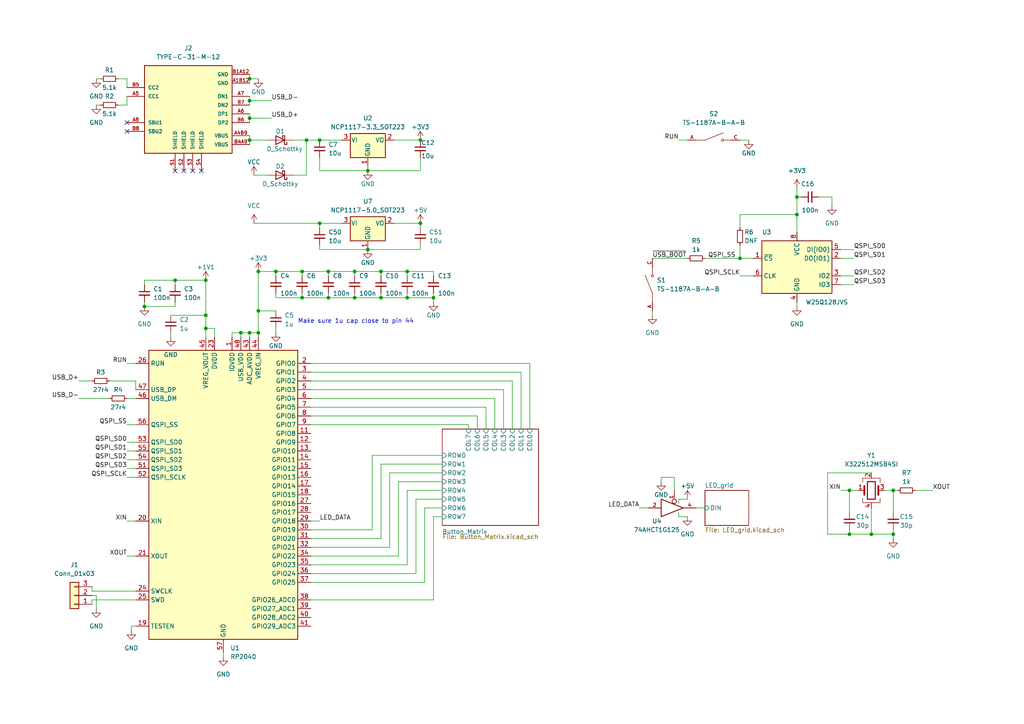
<source format=kicad_sch>
(kicad_sch (version 20211123) (generator eeschema)
  (paper "A4")
  (lib_symbols
    (symbol "74xGxx:74AHCT1G125" (pin_names (offset 1.016))
      (property "Reference" "U" (at -2.54 3.81 0))
      (property "Value" "74AHCT1G125" (at 0 -3.81 0))
      (symbol "74AHCT1G125_0_1"
        (polyline (pts (xy -3.81 2.54) (xy -3.81 -2.54) (xy 2.54 0) (xy -3.81 2.54)) (stroke (width 0.254)))
      )
      (symbol "74AHCT1G125_1_1"
        (pin input inverted (at 0 5.08 270) (length 3.81) (name "~") (number "1"))
        (pin input line (at -7.62 0 0) (length 3.81) (name "~") (number "2"))
        (pin power_in line (at 1.27 -1.27 270) (length 0) hide (name "GND") (number "3"))
        (pin tri_state line (at 6.35 0 180) (length 3.81) (name "~") (number "4"))
        (pin power_in line (at 1.27 1.27 90) (length 0) hide (name "VCC") (number "5"))
      )
    )
    (symbol "Connector_Generic:Conn_01x03" (pin_names (offset 1.016) hide)
      (property "Reference" "J" (at 0 5.08 0))
      (property "Value" "Conn_01x03" (at 0 -5.08 0))
      (symbol "Conn_01x03_1_1"
        (rectangle (start -1.27 -2.413) (end 0 -2.667) (stroke (width 0.1524)))
        (rectangle (start -1.27 0.127) (end 0 -0.127) (stroke (width 0.1524)))
        (rectangle (start -1.27 2.667) (end 0 2.413) (stroke (width 0.1524)))
        (rectangle (start -1.27 3.81) (end 1.27 -3.81) (stroke (width 0.254)) (fill (type background)))
        (pin passive line (at -5.08 2.54 0) (length 3.81) (name "Pin_1") (number "1"))
        (pin passive line (at -5.08 0 0) (length 3.81) (name "Pin_2") (number "2"))
        (pin passive line (at -5.08 -2.54 0) (length 3.81) (name "Pin_3") (number "3"))
      )
    )
    (symbol "Device:C_Small" (pin_numbers hide) (pin_names (offset 0.254) hide)
      (property "Reference" "C" (at 0.254 1.778 0))
      (property "Value" "C_Small" (at 0.254 -2.032 0))
      (symbol "C_Small_0_1"
        (polyline (pts (xy -1.524 -0.508) (xy 1.524 -0.508)) (stroke (width 0.3302)))
        (polyline (pts (xy -1.524 0.508) (xy 1.524 0.508)) (stroke (width 0.3048)))
      )
      (symbol "C_Small_1_1"
        (pin passive line (at 0 2.54 270) (length 2.032) (name "~") (number "1"))
        (pin passive line (at 0 -2.54 90) (length 2.032) (name "~") (number "2"))
      )
    )
    (symbol "Device:Crystal_GND24" (pin_names (offset 1.016) hide)
      (property "Reference" "Y" (at 3.175 5.08 0))
      (property "Value" "Crystal_GND24" (at 3.175 3.175 0))
      (symbol "Crystal_GND24_0_1"
        (rectangle (start -1.143 2.54) (end 1.143 -2.54) (stroke (width 0.3048)))
        (polyline (pts (xy -2.54 0) (xy -2.032 0)))
        (polyline (pts (xy -2.032 -1.27) (xy -2.032 1.27)) (stroke (width 0.508)))
        (polyline (pts (xy 0 -3.81) (xy 0 -3.556)))
        (polyline (pts (xy 0 3.556) (xy 0 3.81)))
        (polyline (pts (xy 2.032 -1.27) (xy 2.032 1.27)) (stroke (width 0.508)))
        (polyline (pts (xy 2.032 0) (xy 2.54 0)))
        (polyline (pts (xy -2.54 -2.286) (xy -2.54 -3.556) (xy 2.54 -3.556) (xy 2.54 -2.286)))
        (polyline (pts (xy -2.54 2.286) (xy -2.54 3.556) (xy 2.54 3.556) (xy 2.54 2.286)))
      )
      (symbol "Crystal_GND24_1_1"
        (pin passive line (at -3.81 0 0) (length 1.27) (name "1") (number "1"))
        (pin passive line (at 0 5.08 270) (length 1.27) (name "2") (number "2"))
        (pin passive line (at 3.81 0 180) (length 1.27) (name "3") (number "3"))
        (pin passive line (at 0 -5.08 90) (length 1.27) (name "4") (number "4"))
      )
    )
    (symbol "Device:D_Schottky" (pin_numbers hide) (pin_names (offset 1.016) hide)
      (property "Reference" "D" (at 0 2.54 0))
      (property "Value" "D_Schottky" (at 0 -2.54 0))
      (symbol "D_Schottky_0_1"
        (polyline (pts (xy 1.27 0) (xy -1.27 0)))
        (polyline (pts (xy 1.27 1.27) (xy 1.27 -1.27) (xy -1.27 0) (xy 1.27 1.27)) (stroke (width 0.254)))
        (polyline (pts (xy -1.905 0.635) (xy -1.905 1.27) (xy -1.27 1.27) (xy -1.27 -1.27) (xy -0.635 -1.27) (xy -0.635 -0.635)) (stroke (width 0.254)))
      )
      (symbol "D_Schottky_1_1"
        (pin passive line (at -3.81 0 0) (length 2.54) (name "K") (number "1"))
        (pin passive line (at 3.81 0 180) (length 2.54) (name "A") (number "2"))
      )
    )
    (symbol "Device:R_Small" (pin_numbers hide) (pin_names (offset 0.254) hide)
      (property "Reference" "R" (at 0.762 0.508 0))
      (property "Value" "R_Small" (at 0.762 -1.016 0))
      (symbol "R_Small_0_1"
        (rectangle (start -0.762 1.778) (end 0.762 -1.778) (stroke (width 0.2032)))
      )
      (symbol "R_Small_1_1"
        (pin passive line (at 0 2.54 270) (length 0.762) (name "~") (number "1"))
        (pin passive line (at 0 -2.54 90) (length 0.762) (name "~") (number "2"))
      )
    )
    (symbol "MCU_RaspberryPi:RP2040"
      (property "Reference" "U" (at 17.78 45.72 0))
      (property "Value" "RP2040" (at 17.78 43.18 0))
      (symbol "RP2040_0_1"
        (rectangle (start -21.59 41.91) (end 21.59 -41.91) (stroke (width 0.254)) (fill (type background)))
      )
      (symbol "RP2040_1_1"
        (pin power_in line (at 2.54 45.72 270) (length 3.81) (name "IOVDD") (number "1"))
        (pin passive line (at 2.54 45.72 270) (length 3.81) hide (name "IOVDD") (number "10"))
        (pin bidirectional line (at 25.4 17.78 180) (length 3.81) (name "GPIO8") (number "11"))
        (pin bidirectional line (at 25.4 15.24 180) (length 3.81) (name "GPIO9") (number "12"))
        (pin bidirectional line (at 25.4 12.7 180) (length 3.81) (name "GPIO10") (number "13"))
        (pin bidirectional line (at 25.4 10.16 180) (length 3.81) (name "GPIO11") (number "14"))
        (pin bidirectional line (at 25.4 7.62 180) (length 3.81) (name "GPIO12") (number "15"))
        (pin bidirectional line (at 25.4 5.08 180) (length 3.81) (name "GPIO13") (number "16"))
        (pin bidirectional line (at 25.4 2.54 180) (length 3.81) (name "GPIO14") (number "17"))
        (pin bidirectional line (at 25.4 0 180) (length 3.81) (name "GPIO15") (number "18"))
        (pin input line (at -25.4 -38.1 0) (length 3.81) (name "TESTEN") (number "19"))
        (pin bidirectional line (at 25.4 38.1 180) (length 3.81) (name "GPIO0") (number "2"))
        (pin input line (at -25.4 -7.62 0) (length 3.81) (name "XIN") (number "20"))
        (pin passive line (at -25.4 -17.78 0) (length 3.81) (name "XOUT") (number "21"))
        (pin passive line (at 2.54 45.72 270) (length 3.81) hide (name "IOVDD") (number "22"))
        (pin power_in line (at -2.54 45.72 270) (length 3.81) (name "DVDD") (number "23"))
        (pin output line (at -25.4 -27.94 0) (length 3.81) (name "SWCLK") (number "24"))
        (pin bidirectional line (at -25.4 -30.48 0) (length 3.81) (name "SWD") (number "25"))
        (pin input line (at -25.4 38.1 0) (length 3.81) (name "RUN") (number "26"))
        (pin bidirectional line (at 25.4 -2.54 180) (length 3.81) (name "GPIO16") (number "27"))
        (pin bidirectional line (at 25.4 -5.08 180) (length 3.81) (name "GPIO17") (number "28"))
        (pin bidirectional line (at 25.4 -7.62 180) (length 3.81) (name "GPIO18") (number "29"))
        (pin bidirectional line (at 25.4 35.56 180) (length 3.81) (name "GPIO1") (number "3"))
        (pin bidirectional line (at 25.4 -10.16 180) (length 3.81) (name "GPIO19") (number "30"))
        (pin bidirectional line (at 25.4 -12.7 180) (length 3.81) (name "GPIO20") (number "31"))
        (pin bidirectional line (at 25.4 -15.24 180) (length 3.81) (name "GPIO21") (number "32"))
        (pin passive line (at 2.54 45.72 270) (length 3.81) hide (name "IOVDD") (number "33"))
        (pin bidirectional line (at 25.4 -17.78 180) (length 3.81) (name "GPIO22") (number "34"))
        (pin bidirectional line (at 25.4 -20.32 180) (length 3.81) (name "GPIO23") (number "35"))
        (pin bidirectional line (at 25.4 -22.86 180) (length 3.81) (name "GPIO24") (number "36"))
        (pin bidirectional line (at 25.4 -25.4 180) (length 3.81) (name "GPIO25") (number "37"))
        (pin bidirectional line (at 25.4 -30.48 180) (length 3.81) (name "GPIO26_ADC0") (number "38"))
        (pin bidirectional line (at 25.4 -33.02 180) (length 3.81) (name "GPIO27_ADC1") (number "39"))
        (pin bidirectional line (at 25.4 33.02 180) (length 3.81) (name "GPIO2") (number "4"))
        (pin bidirectional line (at 25.4 -35.56 180) (length 3.81) (name "GPIO28_ADC2") (number "40"))
        (pin bidirectional line (at 25.4 -38.1 180) (length 3.81) (name "GPIO29_ADC3") (number "41"))
        (pin passive line (at 2.54 45.72 270) (length 3.81) hide (name "IOVDD") (number "42"))
        (pin power_in line (at 7.62 45.72 270) (length 3.81) (name "ADC_AVDD") (number "43"))
        (pin power_in line (at 10.16 45.72 270) (length 3.81) (name "VREG_IN") (number "44"))
        (pin power_out line (at -5.08 45.72 270) (length 3.81) (name "VREG_VOUT") (number "45"))
        (pin bidirectional line (at -25.4 27.94 0) (length 3.81) (name "USB_DM") (number "46"))
        (pin bidirectional line (at -25.4 30.48 0) (length 3.81) (name "USB_DP") (number "47"))
        (pin power_in line (at 5.08 45.72 270) (length 3.81) (name "USB_VDD") (number "48"))
        (pin passive line (at 2.54 45.72 270) (length 3.81) hide (name "IOVDD") (number "49"))
        (pin bidirectional line (at 25.4 30.48 180) (length 3.81) (name "GPIO3") (number "5"))
        (pin passive line (at -2.54 45.72 270) (length 3.81) hide (name "DVDD") (number "50"))
        (pin bidirectional line (at -25.4 7.62 0) (length 3.81) (name "QSPI_SD3") (number "51"))
        (pin output line (at -25.4 5.08 0) (length 3.81) (name "QSPI_SCLK") (number "52"))
        (pin bidirectional line (at -25.4 15.24 0) (length 3.81) (name "QSPI_SD0") (number "53"))
        (pin bidirectional line (at -25.4 10.16 0) (length 3.81) (name "QSPI_SD2") (number "54"))
        (pin bidirectional line (at -25.4 12.7 0) (length 3.81) (name "QSPI_SD1") (number "55"))
        (pin bidirectional line (at -25.4 20.32 0) (length 3.81) (name "QSPI_SS") (number "56"))
        (pin power_in line (at 0 -45.72 90) (length 3.81) (name "GND") (number "57"))
        (pin bidirectional line (at 25.4 27.94 180) (length 3.81) (name "GPIO4") (number "6"))
        (pin bidirectional line (at 25.4 25.4 180) (length 3.81) (name "GPIO5") (number "7"))
        (pin bidirectional line (at 25.4 22.86 180) (length 3.81) (name "GPIO6") (number "8"))
        (pin bidirectional line (at 25.4 20.32 180) (length 3.81) (name "GPIO7") (number "9"))
      )
    )
    (symbol "Memory_Flash:W25Q128JVS"
      (property "Reference" "U" (at -8.89 8.89 0))
      (property "Value" "W25Q128JVS" (at 7.62 8.89 0))
      (symbol "W25Q128JVS_0_1"
        (rectangle (start -10.16 7.62) (end 10.16 -7.62) (stroke (width 0.254)) (fill (type background)))
      )
      (symbol "W25Q128JVS_1_1"
        (pin input line (at -12.7 2.54 0) (length 2.54) (name "~{CS}") (number "1"))
        (pin bidirectional line (at 12.7 2.54 180) (length 2.54) (name "DO(IO1)") (number "2"))
        (pin bidirectional line (at 12.7 -2.54 180) (length 2.54) (name "IO2") (number "3"))
        (pin power_in line (at 0 -10.16 90) (length 2.54) (name "GND") (number "4"))
        (pin bidirectional line (at 12.7 5.08 180) (length 2.54) (name "DI(IO0)") (number "5"))
        (pin input line (at -12.7 -2.54 0) (length 2.54) (name "CLK") (number "6"))
        (pin bidirectional line (at 12.7 -5.08 180) (length 2.54) (name "IO3") (number "7"))
        (pin power_in line (at 0 10.16 270) (length 2.54) (name "VCC") (number "8"))
      )
    )
    (symbol "Regulator_Linear:NCP1117-3.3_SOT223" (pin_names (offset 0.254))
      (property "Reference" "U" (at -3.81 3.175 0))
      (property "Value" "NCP1117-3.3_SOT223" (at 0 3.175 0))
      (symbol "NCP1117-3.3_SOT223_0_1"
        (rectangle (start -5.08 -5.08) (end 5.08 1.905) (stroke (width 0.254)) (fill (type background)))
      )
      (symbol "NCP1117-3.3_SOT223_1_1"
        (pin power_in line (at 0 -7.62 90) (length 2.54) (name "GND") (number "1"))
        (pin power_out line (at 7.62 0 180) (length 2.54) (name "VO") (number "2"))
        (pin power_in line (at -7.62 0 0) (length 2.54) (name "VI") (number "3"))
      )
    )
    (symbol "Regulator_Linear:NCP1117-5.0_SOT223" (pin_names (offset 0.254))
      (property "Reference" "U" (at -3.81 3.175 0))
      (property "Value" "NCP1117-5.0_SOT223" (at 0 3.175 0))
      (symbol "NCP1117-5.0_SOT223_0_1"
        (rectangle (start -5.08 -5.08) (end 5.08 1.905) (stroke (width 0.254)) (fill (type background)))
      )
      (symbol "NCP1117-5.0_SOT223_1_1"
        (pin power_in line (at 0 -7.62 90) (length 2.54) (name "GND") (number "1"))
        (pin power_out line (at 7.62 0 180) (length 2.54) (name "VO") (number "2"))
        (pin power_in line (at -7.62 0 0) (length 2.54) (name "VI") (number "3"))
      )
    )
    (symbol "TS-1187A-B-A-B:TS-1187A-B-A-B" (pin_names (offset 1.016) hide)
      (property "Reference" "S" (at -2.54 2.54 0))
      (property "Value" "TS-1187A-B-A-B" (at -2.54 -2.54 0))
      (symbol "TS-1187A-B-A-B_0_0"
        (polyline (pts (xy -2.54 0) (xy -5.08 0)) (stroke (width 0.1524)))
        (polyline (pts (xy -2.54 0) (xy 2.794 2.1336)) (stroke (width 0.1524)))
        (polyline (pts (xy 5.08 0) (xy 2.921 0)) (stroke (width 0.1524)))
        (circle (center 2.54 0) (radius 0.3302) (stroke (width 0.1524)))
        (pin passive line (at -7.62 0 0) (length 2.54) (name "~") (number "A"))
        (pin passive line (at -7.62 0 0) (length 2.54) hide (name "~") (number "B"))
        (pin passive line (at 7.62 0 180) (length 2.54) (name "~") (number "C"))
        (pin passive line (at 7.62 0 180) (length 2.54) hide (name "~") (number "D"))
      )
    )
    (symbol "TYPE-C-31-M-12:TYPE-C-31-M-12" (pin_names (offset 1.016))
      (property "Reference" "J" (at -12.7 12.7 0))
      (property "Value" "TYPE-C-31-M-12" (at -8.89 12.7 0))
      (symbol "TYPE-C-31-M-12_0_0"
        (rectangle (start -12.7 -12.7) (end 12.7 12.7) (stroke (width 0.254)) (fill (type background)))
        (pin power_in line (at 17.78 7.62 180) (length 5.08) (name "GND") (number "A1B12"))
        (pin power_in line (at 17.78 -7.62 180) (length 5.08) (name "VBUS") (number "A4B9"))
        (pin bidirectional line (at -17.78 3.81 0) (length 5.08) (name "CC1") (number "A5"))
        (pin bidirectional line (at 17.78 -1.27 180) (length 5.08) (name "DP1") (number "A6"))
        (pin bidirectional line (at 17.78 3.81 180) (length 5.08) (name "DN1") (number "A7"))
        (pin bidirectional line (at -17.78 -3.81 0) (length 5.08) (name "SBU1") (number "A8"))
        (pin power_in line (at 17.78 10.16 180) (length 5.08) (name "GND") (number "B1A12"))
        (pin power_in line (at 17.78 -10.16 180) (length 5.08) (name "VBUS") (number "B4A9"))
        (pin bidirectional line (at -17.78 6.35 0) (length 5.08) (name "CC2") (number "B5"))
        (pin bidirectional line (at 17.78 -3.81 180) (length 5.08) (name "DP2") (number "B6"))
        (pin bidirectional line (at 17.78 1.27 180) (length 5.08) (name "DN2") (number "B7"))
        (pin bidirectional line (at -17.78 -6.35 0) (length 5.08) (name "SBU2") (number "B8"))
        (pin passive line (at -3.81 -17.78 90) (length 5.08) (name "SHIELD") (number "S1"))
        (pin passive line (at -1.27 -17.78 90) (length 5.08) (name "SHIELD") (number "S2"))
        (pin passive line (at 1.27 -17.78 90) (length 5.08) (name "SHIELD") (number "S3"))
        (pin passive line (at 3.81 -17.78 90) (length 5.08) (name "SHIELD") (number "S4"))
      )
    )
    (symbol "power:+1V1" (power) (pin_names (offset 0))
      (property "Value" "+1V1" (at 0 3.556 0))
      (symbol "+1V1_0_1"
        (polyline (pts (xy -0.762 1.27) (xy 0 2.54)))
        (polyline (pts (xy 0 0) (xy 0 2.54)))
        (polyline (pts (xy 0 2.54) (xy 0.762 1.27)))
      )
      (symbol "+1V1_1_1"
        (pin power_in line (at 0 0 90) (length 0) hide (name "+1V1") (number "1"))
      )
    )
    (symbol "power:+3V3" (power) (pin_names (offset 0))
      (property "Value" "+3V3" (at 0 3.556 0))
      (symbol "+3V3_0_1"
        (polyline (pts (xy -0.762 1.27) (xy 0 2.54)))
        (polyline (pts (xy 0 0) (xy 0 2.54)))
        (polyline (pts (xy 0 2.54) (xy 0.762 1.27)))
      )
      (symbol "+3V3_1_1"
        (pin power_in line (at 0 0 90) (length 0) hide (name "+3V3") (number "1"))
      )
    )
    (symbol "power:+5V" (power) (pin_names (offset 0))
      (property "Value" "+5V" (at 0 3.556 0))
      (symbol "+5V_0_1"
        (polyline (pts (xy -0.762 1.27) (xy 0 2.54)))
        (polyline (pts (xy 0 0) (xy 0 2.54)))
        (polyline (pts (xy 0 2.54) (xy 0.762 1.27)))
      )
      (symbol "+5V_1_1"
        (pin power_in line (at 0 0 90) (length 0) hide (name "+5V") (number "1"))
      )
    )
    (symbol "power:GND" (power) (pin_names (offset 0))
      (property "Value" "GND" (at 0 -3.81 0))
      (symbol "GND_0_1"
        (polyline (pts (xy 0 0) (xy 0 -1.27) (xy 1.27 -1.27) (xy 0 -2.54) (xy -1.27 -1.27) (xy 0 -1.27)))
      )
      (symbol "GND_1_1"
        (pin power_in line (at 0 0 270) (length 0) hide (name "GND") (number "1"))
      )
    )
    (symbol "power:VCC" (power) (pin_names (offset 0))
      (property "Value" "VCC" (at 0 3.81 0))
      (symbol "VCC_0_1"
        (polyline (pts (xy -0.762 1.27) (xy 0 2.54)))
        (polyline (pts (xy 0 0) (xy 0 2.54)))
        (polyline (pts (xy 0 2.54) (xy 0.762 1.27)))
      )
      (symbol "VCC_1_1"
        (pin power_in line (at 0 0 90) (length 0) hide (name "VCC") (number "1"))
      )
    )
  )
  (junction (at 74.93 96.52))
  (junction (at 72.39 34.29))
  (junction (at 121.92 40.64))
  (junction (at 110.49 78.74))
  (junction (at 259.08 142.24))
  (junction (at 106.68 72.39))
  (junction (at 92.71 40.64))
  (junction (at 59.69 95.25))
  (junction (at 72.39 96.52))
  (junction (at 72.39 40.64))
  (junction (at 121.92 64.77))
  (junction (at 102.87 78.74))
  (junction (at 92.71 64.77))
  (junction (at 59.69 91.44))
  (junction (at 72.39 29.21))
  (junction (at 231.14 57.15))
  (junction (at 88.9 40.64))
  (junction (at 74.93 90.17))
  (junction (at 259.08 154.94))
  (junction (at 95.25 78.74))
  (junction (at 214.63 74.93))
  (junction (at 80.01 78.74))
  (junction (at 125.73 86.36))
  (junction (at 231.14 62.23))
  (junction (at 102.87 86.36))
  (junction (at 246.38 154.94))
  (junction (at 118.11 86.36))
  (junction (at 50.8 81.28))
  (junction (at 106.68 49.53))
  (junction (at 69.85 96.52))
  (junction (at 118.11 78.74))
  (junction (at 252.73 154.94))
  (junction (at 59.69 81.28))
  (junction (at 87.63 86.36))
  (junction (at 110.49 86.36))
  (junction (at 95.25 86.36))
  (junction (at 246.38 142.24))
  (junction (at 41.91 88.9))
  (junction (at 74.93 78.74))
  (junction (at 72.39 22.86))
  (junction (at 87.63 78.74))
  (no_connect (at 36.83 35.56))
  (no_connect (at 58.42 49.53))
  (no_connect (at 55.88 49.53))
  (no_connect (at 53.34 49.53))
  (no_connect (at 50.8 49.53))
  (no_connect (at 36.83 38.1))
  (wire (pts (xy 72.39 34.29) (xy 72.39 35.56)))
  (wire (pts (xy 102.87 86.36) (xy 110.49 86.36)))
  (wire (pts (xy 36.83 151.13) (xy 39.37 151.13)))
  (wire (pts (xy 204.47 74.93) (xy 214.63 74.93)))
  (wire (pts (xy 214.63 74.93) (xy 218.44 74.93)))
  (wire (pts (xy 214.63 71.12) (xy 214.63 74.93)))
  (wire (pts (xy 36.83 123.19) (xy 39.37 123.19)))
  (wire (pts (xy 90.17 153.67) (xy 107.95 153.67)))
  (wire (pts (xy 115.57 161.29) (xy 115.57 139.7)))
  (wire (pts (xy 125.73 86.36) (xy 125.73 85.09)))
  (wire (pts (xy 95.25 85.09) (xy 95.25 86.36)))
  (wire (pts (xy 74.93 90.17) (xy 74.93 78.74)))
  (wire (pts (xy 38.1 181.61) (xy 38.1 182.88)))
  (wire (pts (xy 151.13 107.95) (xy 151.13 124.46)))
  (wire (pts (xy 72.39 22.86) (xy 72.39 24.13)))
  (wire (pts (xy 72.39 29.21) (xy 72.39 30.48)))
  (wire (pts (xy 110.49 134.62) (xy 128.27 134.62)))
  (wire (pts (xy 146.05 113.03) (xy 146.05 124.46)))
  (wire (pts (xy 246.38 153.67) (xy 246.38 154.94)))
  (wire (pts (xy 36.83 133.35) (xy 39.37 133.35)))
  (wire (pts (xy 34.29 22.86) (xy 36.83 22.86)))
  (wire (pts (xy 135.89 123.19) (xy 135.89 124.46)))
  (wire (pts (xy 92.71 40.64) (xy 99.06 40.64)))
  (wire (pts (xy 27.94 22.86) (xy 29.21 22.86)))
  (wire (pts (xy 72.39 29.21) (xy 78.74 29.21)))
  (wire (pts (xy 90.17 113.03) (xy 146.05 113.03)))
  (wire (pts (xy 92.71 45.72) (xy 92.71 49.53)))
  (wire (pts (xy 140.97 118.11) (xy 140.97 124.46)))
  (wire (pts (xy 107.95 153.67) (xy 107.95 132.08)))
  (wire (pts (xy 92.71 49.53) (xy 106.68 49.53)))
  (wire (pts (xy 26.67 171.45) (xy 26.67 170.18)))
  (wire (pts (xy 241.3 57.15) (xy 237.49 57.15)))
  (wire (pts (xy 26.67 173.99) (xy 26.67 175.26)))
  (wire (pts (xy 196.85 40.64) (xy 199.39 40.64)))
  (wire (pts (xy 74.93 96.52) (xy 74.93 90.17)))
  (wire (pts (xy 120.65 166.37) (xy 120.65 144.78)))
  (wire (pts (xy 72.39 39.37) (xy 72.39 40.64)))
  (wire (pts (xy 36.83 161.29) (xy 39.37 161.29)))
  (wire (pts (xy 110.49 78.74) (xy 118.11 78.74)))
  (wire (pts (xy 80.01 85.09) (xy 80.01 86.36)))
  (wire (pts (xy 59.69 95.25) (xy 59.69 97.79)))
  (wire (pts (xy 90.17 120.65) (xy 138.43 120.65)))
  (wire (pts (xy 72.39 21.59) (xy 72.39 22.86)))
  (wire (pts (xy 36.83 115.57) (xy 39.37 115.57)))
  (wire (pts (xy 85.09 50.8) (xy 88.9 50.8)))
  (wire (pts (xy 22.86 115.57) (xy 31.75 115.57)))
  (wire (pts (xy 106.68 72.39) (xy 121.92 72.39)))
  (wire (pts (xy 90.17 173.99) (xy 125.73 173.99)))
  (wire (pts (xy 106.68 49.53) (xy 121.92 49.53)))
  (wire (pts (xy 259.08 142.24) (xy 259.08 148.59)))
  (wire (pts (xy 189.23 90.17) (xy 189.23 91.44)))
  (wire (pts (xy 74.93 78.74) (xy 80.01 78.74)))
  (wire (pts (xy 191.77 138.43) (xy 191.77 139.7)))
  (wire (pts (xy 121.92 64.77) (xy 121.92 66.04)))
  (wire (pts (xy 246.38 154.94) (xy 252.73 154.94)))
  (wire (pts (xy 113.03 158.75) (xy 113.03 137.16)))
  (wire (pts (xy 118.11 163.83) (xy 118.11 142.24)))
  (wire (pts (xy 113.03 137.16) (xy 128.27 137.16)))
  (wire (pts (xy 143.51 115.57) (xy 143.51 124.46)))
  (wire (pts (xy 39.37 110.49) (xy 39.37 113.03)))
  (wire (pts (xy 121.92 45.72) (xy 121.92 49.53)))
  (wire (pts (xy 27.94 30.48) (xy 29.21 30.48)))
  (wire (pts (xy 36.83 130.81) (xy 39.37 130.81)))
  (wire (pts (xy 118.11 86.36) (xy 125.73 86.36)))
  (wire (pts (xy 102.87 78.74) (xy 102.87 80.01)))
  (wire (pts (xy 123.19 168.91) (xy 90.17 168.91)))
  (wire (pts (xy 59.69 95.25) (xy 59.69 91.44)))
  (wire (pts (xy 87.63 78.74) (xy 95.25 78.74)))
  (wire (pts (xy 87.63 78.74) (xy 87.63 80.01)))
  (wire (pts (xy 92.71 66.04) (xy 92.71 64.77)))
  (wire (pts (xy 246.38 142.24) (xy 248.92 142.24)))
  (wire (pts (xy 90.17 163.83) (xy 118.11 163.83)))
  (wire (pts (xy 102.87 78.74) (xy 110.49 78.74)))
  (wire (pts (xy 90.17 161.29) (xy 115.57 161.29)))
  (wire (pts (xy 243.84 72.39) (xy 247.65 72.39)))
  (wire (pts (xy 148.59 110.49) (xy 148.59 124.46)))
  (wire (pts (xy 196.85 146.05) (xy 196.85 144.78)))
  (wire (pts (xy 95.25 86.36) (xy 102.87 86.36)))
  (wire (pts (xy 92.71 72.39) (xy 106.68 72.39)))
  (wire (pts (xy 22.86 110.49) (xy 26.67 110.49)))
  (wire (pts (xy 90.17 107.95) (xy 151.13 107.95)))
  (wire (pts (xy 26.67 171.45) (xy 39.37 171.45)))
  (wire (pts (xy 64.77 189.23) (xy 64.77 190.5)))
  (wire (pts (xy 41.91 88.9) (xy 50.8 88.9)))
  (wire (pts (xy 252.73 147.32) (xy 252.73 154.94)))
  (wire (pts (xy 118.11 78.74) (xy 118.11 80.01)))
  (wire (pts (xy 92.71 64.77) (xy 99.06 64.77)))
  (wire (pts (xy 72.39 40.64) (xy 72.39 41.91)))
  (wire (pts (xy 72.39 33.02) (xy 72.39 34.29)))
  (wire (pts (xy 115.57 139.7) (xy 128.27 139.7)))
  (wire (pts (xy 59.69 91.44) (xy 59.69 81.28)))
  (wire (pts (xy 50.8 87.63) (xy 50.8 88.9)))
  (wire (pts (xy 31.75 110.49) (xy 39.37 110.49)))
  (wire (pts (xy 95.25 78.74) (xy 95.25 80.01)))
  (wire (pts (xy 26.67 173.99) (xy 39.37 173.99)))
  (wire (pts (xy 189.23 74.93) (xy 199.39 74.93)))
  (wire (pts (xy 240.03 137.16) (xy 240.03 154.94)))
  (wire (pts (xy 41.91 82.55) (xy 41.91 81.28)))
  (wire (pts (xy 118.11 85.09) (xy 118.11 86.36)))
  (wire (pts (xy 92.71 71.12) (xy 92.71 72.39)))
  (wire (pts (xy 88.9 40.64) (xy 92.71 40.64)))
  (wire (pts (xy 90.17 123.19) (xy 135.89 123.19)))
  (wire (pts (xy 36.83 138.43) (xy 39.37 138.43)))
  (wire (pts (xy 80.01 86.36) (xy 87.63 86.36)))
  (wire (pts (xy 72.39 40.64) (xy 77.47 40.64)))
  (wire (pts (xy 214.63 80.01) (xy 218.44 80.01)))
  (wire (pts (xy 195.58 142.24) (xy 195.58 138.43)))
  (wire (pts (xy 73.66 50.8) (xy 77.47 50.8)))
  (wire (pts (xy 72.39 27.94) (xy 72.39 29.21)))
  (wire (pts (xy 90.17 118.11) (xy 140.97 118.11)))
  (wire (pts (xy 69.85 96.52) (xy 69.85 97.79)))
  (wire (pts (xy 90.17 105.41) (xy 153.67 105.41)))
  (wire (pts (xy 87.63 86.36) (xy 95.25 86.36)))
  (wire (pts (xy 36.83 22.86) (xy 36.83 25.4)))
  (wire (pts (xy 191.77 138.43) (xy 195.58 138.43)))
  (wire (pts (xy 80.01 95.25) (xy 80.01 96.52)))
  (wire (pts (xy 67.31 97.79) (xy 67.31 96.52)))
  (wire (pts (xy 196.85 144.78) (xy 199.39 144.78)))
  (wire (pts (xy 259.08 154.94) (xy 259.08 156.21)))
  (wire (pts (xy 90.17 115.57) (xy 143.51 115.57)))
  (wire (pts (xy 72.39 96.52) (xy 74.93 96.52)))
  (wire (pts (xy 72.39 22.86) (xy 74.93 22.86)))
  (wire (pts (xy 107.95 132.08) (xy 128.27 132.08)))
  (wire (pts (xy 90.17 156.21) (xy 110.49 156.21)))
  (wire (pts (xy 196.85 148.59) (xy 196.85 149.86)))
  (wire (pts (xy 214.63 40.64) (xy 217.17 40.64)))
  (wire (pts (xy 50.8 81.28) (xy 50.8 82.55)))
  (wire (pts (xy 246.38 142.24) (xy 246.38 148.59)))
  (wire (pts (xy 201.93 147.32) (xy 204.47 147.32)))
  (wire (pts (xy 259.08 142.24) (xy 260.35 142.24)))
  (wire (pts (xy 241.3 59.69) (xy 241.3 57.15)))
  (wire (pts (xy 232.41 57.15) (xy 231.14 57.15)))
  (wire (pts (xy 231.14 62.23) (xy 231.14 67.31)))
  (wire (pts (xy 27.94 172.72) (xy 27.94 176.53)))
  (wire (pts (xy 69.85 96.52) (xy 72.39 96.52)))
  (wire (pts (xy 243.84 74.93) (xy 247.65 74.93)))
  (wire (pts (xy 196.85 149.86) (xy 199.39 149.86)))
  (wire (pts (xy 259.08 153.67) (xy 259.08 154.94)))
  (wire (pts (xy 95.25 78.74) (xy 102.87 78.74)))
  (wire (pts (xy 74.93 90.17) (xy 80.01 90.17)))
  (wire (pts (xy 49.53 96.52) (xy 49.53 97.79)))
  (wire (pts (xy 252.73 137.16) (xy 240.03 137.16)))
  (wire (pts (xy 243.84 80.01) (xy 247.65 80.01)))
  (wire (pts (xy 110.49 85.09) (xy 110.49 86.36)))
  (wire (pts (xy 59.69 95.25) (xy 62.23 95.25)))
  (wire (pts (xy 114.3 40.64) (xy 121.92 40.64)))
  (wire (pts (xy 72.39 34.29) (xy 78.74 34.29)))
  (wire (pts (xy 80.01 80.01) (xy 80.01 78.74)))
  (wire (pts (xy 256.54 142.24) (xy 259.08 142.24)))
  (wire (pts (xy 26.67 172.72) (xy 27.94 172.72)))
  (wire (pts (xy 39.37 181.61) (xy 38.1 181.61)))
  (wire (pts (xy 120.65 144.78) (xy 128.27 144.78)))
  (wire (pts (xy 123.19 147.32) (xy 123.19 168.91)))
  (wire (pts (xy 36.83 135.89) (xy 39.37 135.89)))
  (wire (pts (xy 80.01 78.74) (xy 87.63 78.74)))
  (wire (pts (xy 41.91 87.63) (xy 41.91 88.9)))
  (wire (pts (xy 114.3 64.77) (xy 121.92 64.77)))
  (wire (pts (xy 118.11 142.24) (xy 128.27 142.24)))
  (wire (pts (xy 231.14 57.15) (xy 231.14 62.23)))
  (wire (pts (xy 72.39 96.52) (xy 72.39 97.79)))
  (wire (pts (xy 59.69 91.44) (xy 49.53 91.44)))
  (wire (pts (xy 252.73 154.94) (xy 259.08 154.94)))
  (wire (pts (xy 138.43 120.65) (xy 138.43 124.46)))
  (wire (pts (xy 74.93 96.52) (xy 74.93 97.79)))
  (wire (pts (xy 73.66 64.77) (xy 92.71 64.77)))
  (wire (pts (xy 231.14 87.63) (xy 231.14 88.9)))
  (wire (pts (xy 125.73 149.86) (xy 128.27 149.86)))
  (wire (pts (xy 110.49 78.74) (xy 110.49 80.01)))
  (wire (pts (xy 36.83 30.48) (xy 34.29 30.48)))
  (wire (pts (xy 153.67 105.41) (xy 153.67 124.46)))
  (wire (pts (xy 87.63 85.09) (xy 87.63 86.36)))
  (wire (pts (xy 214.63 62.23) (xy 231.14 62.23)))
  (wire (pts (xy 36.83 128.27) (xy 39.37 128.27)))
  (wire (pts (xy 185.42 147.32) (xy 187.96 147.32)))
  (wire (pts (xy 125.73 173.99) (xy 125.73 149.86)))
  (wire (pts (xy 41.91 81.28) (xy 50.8 81.28)))
  (wire (pts (xy 125.73 86.36) (xy 125.73 87.63)))
  (wire (pts (xy 243.84 142.24) (xy 246.38 142.24)))
  (wire (pts (xy 243.84 82.55) (xy 247.65 82.55)))
  (wire (pts (xy 85.09 40.64) (xy 88.9 40.64)))
  (wire (pts (xy 231.14 54.61) (xy 231.14 57.15)))
  (wire (pts (xy 121.92 71.12) (xy 121.92 72.39)))
  (wire (pts (xy 50.8 81.28) (xy 59.69 81.28)))
  (wire (pts (xy 214.63 66.04) (xy 214.63 62.23)))
  (wire (pts (xy 110.49 86.36) (xy 118.11 86.36)))
  (wire (pts (xy 106.68 48.26) (xy 106.68 49.53)))
  (wire (pts (xy 90.17 158.75) (xy 113.03 158.75)))
  (wire (pts (xy 110.49 156.21) (xy 110.49 134.62)))
  (wire (pts (xy 125.73 78.74) (xy 125.73 80.01)))
  (wire (pts (xy 36.83 27.94) (xy 36.83 30.48)))
  (wire (pts (xy 90.17 166.37) (xy 120.65 166.37)))
  (wire (pts (xy 90.17 110.49) (xy 148.59 110.49)))
  (wire (pts (xy 36.83 105.41) (xy 39.37 105.41)))
  (wire (pts (xy 102.87 85.09) (xy 102.87 86.36)))
  (wire (pts (xy 265.43 142.24) (xy 270.51 142.24)))
  (wire (pts (xy 240.03 154.94) (xy 246.38 154.94)))
  (wire (pts (xy 88.9 40.64) (xy 88.9 50.8)))
  (wire (pts (xy 90.17 151.13) (xy 92.71 151.13)))
  (wire (pts (xy 62.23 95.25) (xy 62.23 97.79)))
  (wire (pts (xy 118.11 78.74) (xy 125.73 78.74)))
  (wire (pts (xy 67.31 96.52) (xy 69.85 96.52)))
  (wire (pts (xy 128.27 147.32) (xy 123.19 147.32)))
  (text "Make sure 1u cap close to pin 44" (at 86.36 93.98 0) (effects (font (size 1.27 1.27)) (justify left bottom)))
  (label "RUN" (at 196.85 40.64 180))
  (label "QSPI_SD3" (at 36.83 135.89 180))
  (label "QSPI_SD1" (at 247.65 74.93 0))
  (label "QSPI_SCLK" (at 36.83 138.43 180))
  (label "QSPI_SD1" (at 36.83 130.81 180))
  (label "USB_D+" (at 78.74 34.29 0))
  (label "RUN" (at 36.83 105.41 180))
  (label "QSPI_SD0" (at 247.65 72.39 0))
  (label "QSPI_SD2" (at 36.83 133.35 180))
  (label "XOUT" (at 270.51 142.24 0))
  (label "LED_DATA" (at 92.71 151.13 0))
  (label "QSPI_SCLK" (at 214.63 80.01 180))
  (label "QSPI_SS" (at 36.83 123.19 180))
  (label "QSPI_SD2" (at 247.65 80.01 0))
  (label "QSPI_SD0" (at 36.83 128.27 180))
  (label "~{USB_BOOT}" (at 189.23 74.93 0))
  (label "USB_D+" (at 22.86 110.49 180))
  (label "XOUT" (at 36.83 161.29 180))
  (label "QSPI_SD3" (at 247.65 82.55 0))
  (label "LED_DATA" (at 185.42 147.32 180))
  (label "XIN" (at 243.84 142.24 180))
  (label "QSPI_SS" (at 213.36 74.93 180))
  (label "USB_D-" (at 22.86 115.57 180))
  (label "USB_D-" (at 78.74 29.21 0))
  (label "XIN" (at 36.83 151.13 180))
  (symbol (lib_id "Device:C_Small") (at 92.71 68.58 0) (unit 1)
    (property "Reference" "C50" (at 95.25 67.3162 0) (effects (justify left)))
    (property "Value" "10u" (at 95.25 69.8562 0) (effects (justify left)))
    (property "Footprint" "Capacitor_SMD:C_0603_1608Metric" (effects hide))
  )
  (symbol (lib_id "power:GND") (at 199.39 149.86 0) (unit 1)
    (property "Reference" "#PWR0105" (effects hide))
    (property "Value" "GND" (at 199.39 154.94 0))
  )
  (symbol (lib_id "Device:C_Small") (at 41.91 85.09 0) (unit 1)
    (property "Reference" "C1" (at 44.45 83.82 0) (effects (justify left)))
    (property "Value" "100n" (at 44.45 86.36 0) (effects (justify left)))
    (property "Footprint" "Capacitor_SMD:C_0402_1005Metric" (effects hide))
  )
  (symbol (lib_id "Device:R_Small") (at 262.89 142.24 90) (unit 1)
    (property "Reference" "R7" (at 262.89 137.16 90))
    (property "Value" "1k" (at 262.89 139.7 90))
    (property "Footprint" "Resistor_SMD:R_0402_1005Metric" (effects hide))
  )
  (symbol (lib_id "power:GND") (at 189.23 91.44 0) (unit 1)
    (property "Reference" "#PWR019" (effects hide))
    (property "Value" "GND" (at 189.23 96.52 0))
  )
  (symbol (lib_id "power:GND") (at 191.77 139.7 0) (unit 1)
    (property "Reference" "#PWR0103" (effects hide))
    (property "Value" "GND" (at 191.77 143.51 0))
  )
  (symbol (lib_id "Memory_Flash:W25Q128JVS") (at 231.14 77.47 0) (unit 1)
    (property "Reference" "U3" (at 220.98 67.31 0) (effects (justify left)))
    (property "Value" "W25Q128JVS" (at 233.68 87.63 0) (effects (justify left)))
    (property "Footprint" "Package_SO:SOIC-8_5.23x5.23mm_P1.27mm" (effects hide))
    (property "Datasheet" "http://www.winbond.com/resource-files/w25q128jv_dtr%20revc%2003272018%20plus.pdf" (effects hide))
  )
  (symbol (lib_id "power:GND") (at 106.68 72.39 0) (unit 1)
    (property "Reference" "#PWR0102" (effects hide))
    (property "Value" "GND" (at 106.68 76.2 0))
  )
  (symbol (lib_id "Device:R_Small") (at 34.29 115.57 90) (unit 1)
    (property "Reference" "R4" (at 34.29 113.03 90))
    (property "Value" "27r4" (at 34.29 118.11 90))
    (property "Footprint" "Resistor_SMD:R_0402_1005Metric" (effects hide))
  )
  (symbol (lib_id "power:GND") (at 27.94 176.53 0) (unit 1)
    (property "Reference" "#PWR03" (effects hide))
    (property "Value" "GND" (at 27.94 181.61 0))
  )
  (symbol (lib_id "TS-1187A-B-A-B:TS-1187A-B-A-B") (at 189.23 82.55 90) (unit 1)
    (property "Reference" "S1" (at 190.5 81.2799 90) (effects (justify right)))
    (property "Value" "TS-1187A-B-A-B" (at 190.5 83.8199 90) (effects (justify right)))
    (property "Footprint" "footprints:SW_TS-1187A-B-A-B" (effects hide))
    (property "PARTREV" "A0" (effects hide))
    (property "STANDARD" "Manufacturer Recommendations" (effects hide))
    (property "MAXIMUM_PACKAGE_HEIGHT" "1.5mm" (effects hide))
    (property "MANUFACTURER" "XKB Industrial Precision" (effects hide))
  )
  (symbol (lib_id "Device:C_Small") (at 259.08 151.13 180) (unit 1)
    (property "Reference" "C15" (at 262.89 149.86 0))
    (property "Value" "30p" (at 262.89 152.4 0))
    (property "Footprint" "Capacitor_SMD:C_0402_1005Metric" (effects hide))
  )
  (symbol (lib_id "power:VCC") (at 73.66 50.8 0) (unit 1)
    (property "Reference" "#PWR010" (effects hide))
    (property "Value" "VCC" (at 73.66 46.99 0))
  )
  (symbol (lib_id "Device:R_Small") (at 31.75 30.48 90) (unit 1)
    (property "Reference" "R2" (at 31.75 27.94 90))
    (property "Value" "5.1k" (at 31.75 33.02 90))
    (property "Footprint" "Resistor_SMD:R_0402_1005Metric" (effects hide))
  )
  (symbol (lib_id "Device:C_Small") (at 125.73 82.55 0) (unit 1)
    (property "Reference" "C13" (at 127 80.01 0) (effects (justify left)))
    (property "Value" "100n" (at 127 85.09 0) (effects (justify left)))
    (property "Footprint" "Capacitor_SMD:C_0402_1005Metric" (effects hide))
  )
  (symbol (lib_id "power:+3V3") (at 121.92 40.64 0) (unit 1)
    (property "Reference" "#PWR016" (effects hide))
    (property "Value" "+3V3" (at 121.92 36.83 0))
  )
  (symbol (lib_id "Device:C_Small") (at 95.25 82.55 0) (unit 1)
    (property "Reference" "C8" (at 96.52 80.01 0) (effects (justify left)))
    (property "Value" "100n" (at 96.52 85.09 0) (effects (justify left)))
    (property "Footprint" "Capacitor_SMD:C_0402_1005Metric" (effects hide))
  )
  (symbol (lib_id "power:VCC") (at 73.66 64.77 0) (unit 1)
    (property "Reference" "#PWR07" (effects hide))
    (property "Value" "VCC" (at 73.66 59.69 0))
  )
  (symbol (lib_id "Device:C_Small") (at 92.71 43.18 0) (unit 1)
    (property "Reference" "C7" (at 95.25 41.9162 0) (effects (justify left)))
    (property "Value" "10u" (at 95.25 44.45 0) (effects (justify left)))
    (property "Footprint" "Capacitor_SMD:C_0603_1608Metric" (effects hide))
  )
  (symbol (lib_id "power:GND") (at 64.77 190.5 0) (unit 1)
    (property "Reference" "#PWR09" (effects hide))
    (property "Value" "GND" (at 64.77 195.58 0))
  )
  (symbol (lib_id "power:+5V") (at 121.92 64.77 0) (unit 1)
    (property "Reference" "#PWR014" (effects hide))
    (property "Value" "+5V" (at 121.92 60.96 0))
  )
  (symbol (lib_id "Device:C_Small") (at 80.01 82.55 0) (unit 1)
    (property "Reference" "C4" (at 81.28 80.01 0) (effects (justify left)))
    (property "Value" "100n" (at 81.28 85.09 0) (effects (justify left)))
    (property "Footprint" "Capacitor_SMD:C_0402_1005Metric" (effects hide))
  )
  (symbol (lib_id "Device:C_Small") (at 121.92 43.18 0) (unit 1)
    (property "Reference" "C12" (at 122.174 41.402 0) (effects (justify left)))
    (property "Value" "10u" (at 122.174 45.212 0) (effects (justify left)))
    (property "Footprint" "Capacitor_SMD:C_0603_1608Metric" (effects hide))
  )
  (symbol (lib_id "Device:C_Small") (at 118.11 82.55 0) (unit 1)
    (property "Reference" "C11" (at 119.38 80.01 0) (effects (justify left)))
    (property "Value" "100n" (at 119.38 85.09 0) (effects (justify left)))
    (property "Footprint" "Capacitor_SMD:C_0402_1005Metric" (effects hide))
  )
  (symbol (lib_id "power:+3V3") (at 74.93 78.74 0) (unit 1)
    (property "Reference" "#PWR012" (effects hide))
    (property "Value" "+3V3" (at 74.93 74.93 0))
  )
  (symbol (lib_id "power:+3V3") (at 231.14 54.61 0) (unit 1)
    (property "Reference" "#PWR022" (effects hide))
    (property "Value" "+3V3" (at 231.14 49.53 0))
  )
  (symbol (lib_id "power:GND") (at 80.01 96.52 0) (unit 1)
    (property "Reference" "#PWR013" (effects hide))
    (property "Value" "GND" (at 80.01 100.33 0))
  )
  (symbol (lib_id "TS-1187A-B-A-B:TS-1187A-B-A-B") (at 207.01 40.64 0) (unit 1)
    (property "Reference" "S2" (at 207.01 33.02 0))
    (property "Value" "TS-1187A-B-A-B" (at 207.01 35.56 0))
    (property "Footprint" "footprints:SW_TS-1187A-B-A-B" (effects hide))
    (property "PARTREV" "A0" (effects hide))
    (property "STANDARD" "Manufacturer Recommendations" (effects hide))
    (property "MAXIMUM_PACKAGE_HEIGHT" "1.5mm" (effects hide))
    (property "MANUFACTURER" "XKB Industrial Precision" (effects hide))
  )
  (symbol (lib_id "power:GND") (at 217.17 40.64 0) (unit 1)
    (property "Reference" "#PWR020" (effects hide))
    (property "Value" "GND" (at 217.17 44.45 0))
  )
  (symbol (lib_id "power:GND") (at 106.68 49.53 0) (unit 1)
    (property "Reference" "#PWR015" (effects hide))
    (property "Value" "GND" (at 106.68 53.34 0))
  )
  (symbol (lib_id "Device:R_Small") (at 214.63 68.58 0) (unit 1)
    (property "Reference" "R6" (at 215.9 67.31 0) (effects (justify left)))
    (property "Value" "DNF" (at 215.9 69.85 0) (effects (justify left)))
    (property "Footprint" "Resistor_SMD:R_0402_1005Metric" (effects hide))
  )
  (symbol (lib_id "power:GND") (at 27.94 22.86 0) (unit 1)
    (property "Reference" "#PWR01" (effects hide))
    (property "Value" "GND" (at 27.94 27.94 0))
  )
  (symbol (lib_id "Device:R_Small") (at 31.75 22.86 90) (unit 1)
    (property "Reference" "R1" (at 31.75 20.32 90))
    (property "Value" "5.1k" (at 31.75 25.4 90))
    (property "Footprint" "Resistor_SMD:R_0402_1005Metric" (effects hide))
  )
  (symbol (lib_id "Device:C_Small") (at 121.92 68.58 0) (unit 1)
    (property "Reference" "C51" (at 124.46 67.3162 0) (effects (justify left)))
    (property "Value" "10u" (at 124.46 69.8562 0) (effects (justify left)))
    (property "Footprint" "Capacitor_SMD:C_0603_1608Metric" (effects hide))
  )
  (symbol (lib_id "Device:D_Schottky") (at 81.28 40.64 180) (unit 1)
    (property "Reference" "D1" (at 81.28 38.1 0))
    (property "Value" "D_Schottky" (at 82.55 43.18 0))
    (property "Footprint" "Diode_SMD:D_SMA" (effects hide))
  )
  (symbol (lib_id "power:GND") (at 74.93 22.86 0) (unit 1)
    (property "Reference" "#PWR011" (effects hide))
    (property "Value" "GND" (at 74.93 26.67 0))
  )
  (symbol (lib_id "power:GND") (at 259.08 156.21 0) (unit 1)
    (property "Reference" "#PWR021" (effects hide))
    (property "Value" "GND" (at 259.08 161.29 0))
  )
  (symbol (lib_id "power:GND") (at 241.3 59.69 0) (unit 1)
    (property "Reference" "#PWR024" (effects hide))
    (property "Value" "GND" (at 241.3 64.77 0))
  )
  (symbol (lib_id "Connector_Generic:Conn_01x03") (at 21.59 172.72 180) (unit 1)
    (property "Reference" "J1" (at 21.59 163.83 0))
    (property "Value" "Conn_01x03" (at 21.59 166.37 0))
    (property "Footprint" "Connector_PinHeader_2.54mm:PinHeader_1x03_P2.54mm_Vertical" (effects hide))
  )
  (symbol (lib_id "power:GND") (at 125.73 87.63 0) (unit 1)
    (property "Reference" "#PWR018" (effects hide))
    (property "Value" "GND" (at 125.73 91.44 0))
  )
  (symbol (lib_id "power:GND") (at 38.1 182.88 0) (unit 1)
    (property "Reference" "#PWR04" (effects hide))
    (property "Value" "GND" (at 38.1 187.96 0))
  )
  (symbol (lib_id "Device:C_Small") (at 50.8 85.09 0) (unit 1)
    (property "Reference" "C3" (at 53.34 83.82 0) (effects (justify left)))
    (property "Value" "100n" (at 53.34 86.36 0) (effects (justify left)))
    (property "Footprint" "Capacitor_SMD:C_0402_1005Metric" (effects hide))
  )
  (symbol (lib_id "Device:Crystal_GND24") (at 252.73 142.24 0) (unit 1)
    (property "Reference" "Y1" (at 252.73 132.08 0))
    (property "Value" "X322512MSB4SI" (at 252.73 134.62 0))
    (property "Footprint" "Crystal:Crystal_SMD_3225-4Pin_3.2x2.5mm" (effects hide))
  )
  (symbol (lib_id "power:GND") (at 231.14 88.9 0) (unit 1)
    (property "Reference" "#PWR023" (effects hide))
    (property "Value" "GND" (at 231.14 93.98 0))
  )
  (symbol (lib_id "Regulator_Linear:NCP1117-5.0_SOT223") (at 106.68 64.77 0) (unit 1)
    (property "Reference" "U7" (at 106.68 58.42 0))
    (property "Value" "NCP1117-5.0_SOT223" (at 106.68 60.96 0))
    (property "Footprint" "Package_TO_SOT_SMD:SOT-223-3_TabPin2" (effects hide))
    (property "Datasheet" "http://www.onsemi.com/pub_link/Collateral/NCP1117-D.PDF" (effects hide))
  )
  (symbol (lib_id "Device:C_Small") (at 110.49 82.55 0) (unit 1)
    (property "Reference" "C10" (at 111.76 80.01 0) (effects (justify left)))
    (property "Value" "100n" (at 111.76 85.09 0) (effects (justify left)))
    (property "Footprint" "Capacitor_SMD:C_0402_1005Metric" (effects hide))
  )
  (symbol (lib_id "power:+1V1") (at 59.69 81.28 0) (unit 1)
    (property "Reference" "#PWR08" (effects hide))
    (property "Value" "+1V1" (at 59.69 77.47 0))
  )
  (symbol (lib_id "power:GND") (at 41.91 88.9 0) (unit 1)
    (property "Reference" "#PWR05" (effects hide))
    (property "Value" "GND" (at 41.91 93.98 0))
  )
  (symbol (lib_id "Regulator_Linear:NCP1117-3.3_SOT223") (at 106.68 40.64 0) (unit 1)
    (property "Reference" "U2" (at 106.68 34.29 0))
    (property "Value" "NCP1117-3.3_SOT223" (at 106.68 36.83 0))
    (property "Footprint" "Package_TO_SOT_SMD:SOT-223-3_TabPin2" (effects hide))
    (property "Datasheet" "http://www.onsemi.com/pub_link/Collateral/NCP1117-D.PDF" (effects hide))
  )
  (symbol (lib_id "Device:D_Schottky") (at 81.28 50.8 180) (unit 1)
    (property "Reference" "D2" (at 81.28 48.26 0))
    (property "Value" "D_Schottky" (at 81.28 53.34 0))
    (property "Footprint" "Diode_SMD:D_SMA" (effects hide))
  )
  (symbol (lib_id "Device:C_Small") (at 49.53 93.98 0) (unit 1)
    (property "Reference" "C2" (at 52.07 92.7162 0) (effects (justify left)))
    (property "Value" "1u" (at 52.07 95.2562 0) (effects (justify left)))
    (property "Footprint" "Capacitor_SMD:C_0402_1005Metric" (effects hide))
  )
  (symbol (lib_id "Device:C_Small") (at 102.87 82.55 0) (unit 1)
    (property "Reference" "C9" (at 104.14 80.01 0) (effects (justify left)))
    (property "Value" "100n" (at 104.14 85.09 0) (effects (justify left)))
    (property "Footprint" "Capacitor_SMD:C_0402_1005Metric" (effects hide))
  )
  (symbol (lib_id "power:GND") (at 27.94 30.48 0) (unit 1)
    (property "Reference" "#PWR02" (effects hide))
    (property "Value" "GND" (at 27.94 35.56 0))
  )
  (symbol (lib_id "MCU_RaspberryPi:RP2040") (at 64.77 143.51 0) (unit 1)
    (property "Reference" "U1" (at 66.7894 187.96 0) (effects (justify left)))
    (property "Value" "RP2040" (at 66.7894 190.5 0) (effects (justify left)))
    (property "Footprint" "Package_DFN_QFN:QFN-56-1EP_7x7mm_P0.4mm_EP3.2x3.2mm" (effects hide))
    (property "Datasheet" "https://datasheets.raspberrypi.com/rp2040/rp2040-datasheet.pdf" (effects hide))
  )
  (symbol (lib_id "Device:R_Small") (at 201.93 74.93 90) (unit 1)
    (property "Reference" "R5" (at 201.93 69.85 90))
    (property "Value" "1k" (at 201.93 72.39 90))
    (property "Footprint" "Resistor_SMD:R_0402_1005Metric" (effects hide))
  )
  (symbol (lib_id "Device:C_Small") (at 87.63 82.55 0) (unit 1)
    (property "Reference" "C6" (at 88.9 80.01 0) (effects (justify left)))
    (property "Value" "100n" (at 88.9 85.09 0) (effects (justify left)))
    (property "Footprint" "Capacitor_SMD:C_0402_1005Metric" (effects hide))
  )
  (symbol (lib_id "power:+5V") (at 199.39 144.78 0) (unit 1)
    (property "Reference" "#PWR0104" (effects hide))
    (property "Value" "+5V" (at 199.39 140.97 0))
  )
  (symbol (lib_id "74xGxx:74AHCT1G125") (at 195.58 147.32 0) (unit 1)
    (property "Reference" "U4" (at 190.5 151.13 0))
    (property "Value" "74AHCT1G125" (at 190.5 153.67 0))
    (property "Footprint" "Package_TO_SOT_SMD:SOT-23-5" (effects hide))
    (property "Datasheet" "http://www.ti.com/lit/sg/scyt129e/scyt129e.pdf" (effects hide))
  )
  (symbol (lib_id "TYPE-C-31-M-12:TYPE-C-31-M-12") (at 54.61 31.75 0) (unit 1)
    (property "Reference" "J2" (at 54.61 13.97 0))
    (property "Value" "TYPE-C-31-M-12" (at 54.61 16.51 0))
    (property "Footprint" "footprints:HRO_TYPE-C-31-M-12" (effects hide))
    (property "MANUFACTURER" "HRO Electronics" (effects hide))
    (property "MAXIMUM_PACKAGE_HEIGHT" "3.31mm" (effects hide))
    (property "STANDARD" "Manufacturer Recommendations" (effects hide))
    (property "PARTREV" "A" (effects hide))
  )
  (symbol (lib_id "Device:C_Small") (at 234.95 57.15 90) (unit 1)
    (property "Reference" "C16" (at 236.22 53.34 90) (effects (justify left)))
    (property "Value" "100n" (at 237.49 60.96 90) (effects (justify left)))
    (property "Footprint" "Capacitor_SMD:C_0603_1608Metric" (effects hide))
  )
  (symbol (lib_id "Device:C_Small") (at 80.01 92.71 0) (unit 1)
    (property "Reference" "C5" (at 82.55 91.4462 0) (effects (justify left)))
    (property "Value" "1u" (at 82.55 93.9862 0) (effects (justify left)))
    (property "Footprint" "Capacitor_SMD:C_0402_1005Metric" (effects hide))
  )
  (symbol (lib_id "power:GND") (at 49.53 97.79 0) (unit 1)
    (property "Reference" "#PWR06" (effects hide))
    (property "Value" "GND" (at 49.53 102.87 0))
  )
  (symbol (lib_id "Device:C_Small") (at 246.38 151.13 180) (unit 1)
    (property "Reference" "C14" (at 250.19 149.86 0))
    (property "Value" "30p" (at 250.19 152.4 0))
    (property "Footprint" "Capacitor_SMD:C_0402_1005Metric" (effects hide))
  )
  (symbol (lib_id "Device:R_Small") (at 29.21 110.49 90) (unit 1)
    (property "Reference" "R3" (at 29.21 107.95 90))
    (property "Value" "27r4" (at 29.21 113.03 90))
    (property "Footprint" "Resistor_SMD:R_0402_1005Metric" (effects hide))
  )
  (sheet (at 204.47 142.24) (size 12.7 10.16) (stroke (width 0.1524))
    (property "Sheet name" "LED_grid" (at 204.47 141.5284 0) (effects (justify left bottom)))
    (property "Sheet file" "LED_grid.kicad_sch" (at 204.47 152.9846 0) (effects (justify left top)))
    (pin "DIN" input (at 204.47 147.32 180))
  )
  (sheet (at 128.27 124.46) (size 27.94 27.94) (stroke (width 0.1524))
    (property "Sheet name" "Button_Matrix" (at 128.27 154.94 0) (effects (justify left bottom)))
    (property "Sheet file" "Button_Matrix.kicad_sch" (at 128.27 154.94 0) (effects (justify left top)))
    (pin "COL2" input (at 148.59 124.46 90))
    (pin "COL0" input (at 153.67 124.46 90))
    (pin "COL1" input (at 151.13 124.46 90))
    (pin "COL4" input (at 143.51 124.46 90))
    (pin "COL5" input (at 140.97 124.46 90))
    (pin "COL3" input (at 146.05 124.46 90))
    (pin "COL6" input (at 138.43 124.46 90))
    (pin "COL7" input (at 135.89 124.46 90))
    (pin "ROW6" input (at 128.27 147.32 180))
    (pin "ROW7" input (at 128.27 149.86 180))
    (pin "ROW5" input (at 128.27 144.78 180))
    (pin "ROW0" input (at 128.27 132.08 180))
    (pin "ROW1" input (at 128.27 134.62 180))
    (pin "ROW2" input (at 128.27 137.16 180))
    (pin "ROW3" input (at 128.27 139.7 180))
    (pin "ROW4" input (at 128.27 142.24 180))
  )
)
</source>
